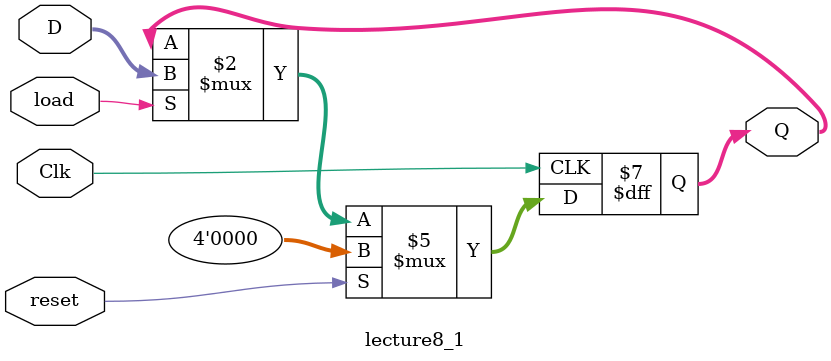
<source format=v>
`timescale 1ns / 1ps

module lecture8_1(
    input Clk,
    input [3:0] D,
    input reset,
    input load,
    output reg [3:0] Q
    );
    
    always @(posedge Clk)
        if (reset)
        begin
            Q <= 4'b0;
        end else if (load)
        begin
            Q <= D;
        end
    
endmodule


</source>
